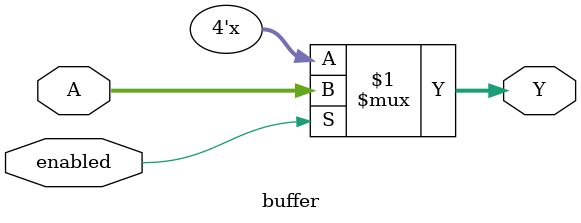
<source format=v>
module buffer(input enabled, input [3:0] A, output [3:0] Y);
    
    assign Y = enabled ? A : 4'bz;
    
endmodule
</source>
